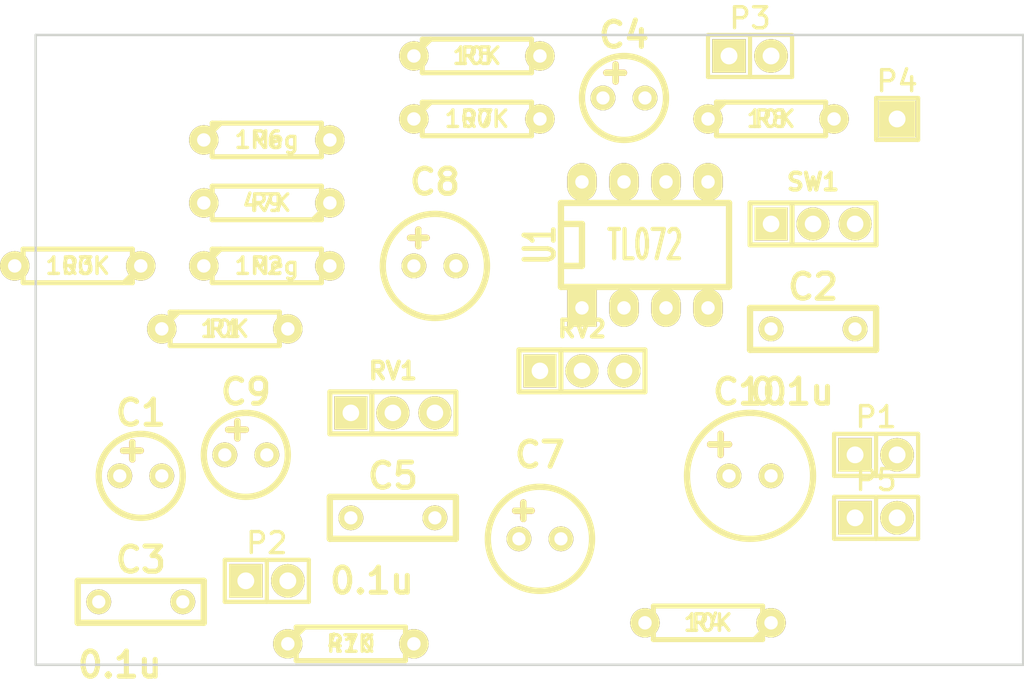
<source format=kicad_pcb>
(kicad_pcb (version 4) (host pcbnew "(2015-12-04 BZR 6347, Git 4c88040)-product")

  (general
    (links 44)
    (no_connects 44)
    (area 146.05 68.58 207.01 107.95)
    (thickness 1.6)
    (drawings 4)
    (tracks 0)
    (zones 0)
    (modules 28)
    (nets 20)
  )

  (page A4)
  (layers
    (0 F.Cu signal)
    (31 B.Cu signal)
    (32 B.Adhes user)
    (33 F.Adhes user)
    (34 B.Paste user)
    (35 F.Paste user)
    (36 B.SilkS user)
    (37 F.SilkS user)
    (38 B.Mask user)
    (39 F.Mask user)
    (40 Dwgs.User user)
    (41 Cmts.User user)
    (42 Eco1.User user)
    (43 Eco2.User user)
    (44 Edge.Cuts user)
    (45 Margin user)
    (46 B.CrtYd user)
    (47 F.CrtYd user)
    (48 B.Fab user)
    (49 F.Fab user)
  )

  (setup
    (last_trace_width 0.25)
    (trace_clearance 0.2)
    (zone_clearance 0.508)
    (zone_45_only no)
    (trace_min 0.2)
    (segment_width 0.2)
    (edge_width 0.15)
    (via_size 0.6)
    (via_drill 0.4)
    (via_min_size 0.4)
    (via_min_drill 0.3)
    (uvia_size 0.3)
    (uvia_drill 0.1)
    (uvias_allowed no)
    (uvia_min_size 0.2)
    (uvia_min_drill 0.1)
    (pcb_text_width 0.3)
    (pcb_text_size 1.5 1.5)
    (mod_edge_width 0.15)
    (mod_text_size 1 1)
    (mod_text_width 0.15)
    (pad_size 1.524 1.524)
    (pad_drill 0.762)
    (pad_to_mask_clearance 0.2)
    (aux_axis_origin 0 0)
    (visible_elements 7FFEFFFF)
    (pcbplotparams
      (layerselection 0x00030_80000001)
      (usegerberextensions false)
      (excludeedgelayer true)
      (linewidth 0.100000)
      (plotframeref false)
      (viasonmask false)
      (mode 1)
      (useauxorigin false)
      (hpglpennumber 1)
      (hpglpenspeed 20)
      (hpglpendiameter 15)
      (hpglpenoverlay 2)
      (psnegative false)
      (psa4output false)
      (plotreference true)
      (plotvalue true)
      (plotinvisibletext false)
      (padsonsilk false)
      (subtractmaskfromsilk false)
      (outputformat 1)
      (mirror false)
      (drillshape 1)
      (scaleselection 1)
      (outputdirectory ""))
  )

  (net 0 "")
  (net 1 "Net-(C1-Pad1)")
  (net 2 GND)
  (net 3 "Net-(C2-Pad1)")
  (net 4 "Net-(C2-Pad2)")
  (net 5 Vcc)
  (net 6 "Net-(C4-Pad1)")
  (net 7 "Net-(C5-Pad1)")
  (net 8 "Net-(C5-Pad2)")
  (net 9 "Net-(C7-Pad2)")
  (net 10 "Net-(C7-Pad1)")
  (net 11 "Net-(C8-Pad2)")
  (net 12 "Net-(C8-Pad1)")
  (net 13 Vref)
  (net 14 "Net-(P3-Pad2)")
  (net 15 "Net-(P4-Pad1)")
  (net 16 "Net-(R1-Pad2)")
  (net 17 "Net-(R4-Pad1)")
  (net 18 "Net-(R5-Pad2)")
  (net 19 "Net-(R8-Pad1)")

  (net_class Default "This is the default net class."
    (clearance 0.2)
    (trace_width 0.25)
    (via_dia 0.6)
    (via_drill 0.4)
    (uvia_dia 0.3)
    (uvia_drill 0.1)
    (add_net GND)
    (add_net "Net-(C1-Pad1)")
    (add_net "Net-(C2-Pad1)")
    (add_net "Net-(C2-Pad2)")
    (add_net "Net-(C4-Pad1)")
    (add_net "Net-(C5-Pad1)")
    (add_net "Net-(C5-Pad2)")
    (add_net "Net-(C7-Pad1)")
    (add_net "Net-(C7-Pad2)")
    (add_net "Net-(C8-Pad1)")
    (add_net "Net-(C8-Pad2)")
    (add_net "Net-(P3-Pad2)")
    (add_net "Net-(P4-Pad1)")
    (add_net "Net-(R1-Pad2)")
    (add_net "Net-(R4-Pad1)")
    (add_net "Net-(R5-Pad2)")
    (add_net "Net-(R8-Pad1)")
    (add_net Vcc)
    (add_net Vref)
  )

  (module Capacitors_Elko_ThroughHole:Elko_vert_DM5_RM2-5 placed (layer F.Cu) (tedit 0) (tstamp 5662E811)
    (at 182.88 73.66)
    (descr "Electrolytic Capacitor, vertical, diameter 5mm, radial, RM 2,5mm")
    (tags "Electrolytic Capacitor, vertical, diameter 5mm, radial, RM 2,5mm, Elko, Electrolytkondensator, Kondensator gepolt, Durchmesser 5mm")
    (path /563FFB70)
    (fp_text reference C4 (at 0 -3.81) (layer F.SilkS)
      (effects (font (thickness 0.3048)))
    )
    (fp_text value 10u (at 0 3.81) (layer F.SilkS) hide
      (effects (font (thickness 0.3048)))
    )
    (fp_line (start -1.0668 -1.524) (end 0 -1.524) (layer F.Cu) (width 0.381))
    (fp_line (start -0.508 -2.032) (end -0.508 -0.9906) (layer F.Cu) (width 0.381))
    (fp_line (start 0 -1.524) (end -1.0668 -1.524) (layer F.SilkS) (width 0.381))
    (fp_line (start -0.508 -2.032) (end -0.508 -0.9906) (layer F.SilkS) (width 0.381))
    (fp_circle (center 0 0) (end 2.54 0) (layer F.SilkS) (width 0.381))
    (pad 2 thru_hole circle (at 1.27 0) (size 1.50114 1.50114) (drill 0.8001) (layers *.Cu *.Mask F.SilkS)
      (net 2 GND))
    (pad 1 thru_hole circle (at -1.27 0) (size 1.50114 1.50114) (drill 0.8001) (layers *.Cu *.Mask F.SilkS)
      (net 6 "Net-(C4-Pad1)"))
  )

  (module Capacitors_ThroughHole:Capacitor7x2.5RM5 placed (layer F.Cu) (tedit 0) (tstamp 5662E817)
    (at 166.37 99.06)
    (descr "Capacitor 7mm x 2,5mm RM 5mm")
    (tags "Capacitor Kondensator")
    (path /563FFB7D)
    (fp_text reference C5 (at 2.54 -2.54) (layer F.SilkS)
      (effects (font (thickness 0.3048)))
    )
    (fp_text value 0.1u (at 1.27 3.81) (layer F.SilkS)
      (effects (font (thickness 0.3048)))
    )
    (fp_line (start 6.35 1.27) (end 6.35 -1.27) (layer F.SilkS) (width 0.381))
    (fp_line (start 6.35 -1.27) (end -1.27 -1.27) (layer F.SilkS) (width 0.381))
    (fp_line (start -1.27 -1.27) (end -1.27 1.27) (layer F.SilkS) (width 0.381))
    (fp_line (start -1.27 1.27) (end 6.35 1.27) (layer F.SilkS) (width 0.381))
    (pad 1 thru_hole circle (at 0 0) (size 1.50114 1.50114) (drill 0.8001) (layers *.Cu *.Mask F.SilkS)
      (net 7 "Net-(C5-Pad1)"))
    (pad 2 thru_hole circle (at 5.08 0) (size 1.50114 1.50114) (drill 0.8001) (layers *.Cu *.Mask F.SilkS)
      (net 8 "Net-(C5-Pad2)"))
  )

  (module Capacitors_Elko_ThroughHole:Elko_vert_DM6-3_RM2-5 placed (layer F.Cu) (tedit 0) (tstamp 5662E81D)
    (at 177.8 100.33)
    (descr "Electrolytic Capacitor, vertical, diameter 6,3mm, RM 2,5mm, radial,")
    (tags "Electrolytic Capacitor, vertical, diameter 6,3mm, RM 2,5mm, Elko, Electrolytkondensator, Kondensator gepolt, Durchmesser 6,3mm, radial,")
    (path /5640081B)
    (fp_text reference C7 (at 0 -5.08) (layer F.SilkS)
      (effects (font (thickness 0.3048)))
    )
    (fp_text value 47u (at 0 5.08) (layer F.SilkS) hide
      (effects (font (thickness 0.3048)))
    )
    (fp_line (start -1.00076 -2.19964) (end -1.00076 -1.19888) (layer F.SilkS) (width 0.381))
    (fp_line (start -1.50114 -1.69926) (end -0.50038 -1.69926) (layer F.SilkS) (width 0.381))
    (fp_line (start -1.00076 -1.69926) (end -0.50038 -1.69926) (layer F.Cu) (width 0.381))
    (fp_line (start -1.00076 -1.69926) (end -1.00076 -2.19964) (layer F.Cu) (width 0.381))
    (fp_line (start -1.50114 -1.69926) (end -1.00076 -1.69926) (layer F.Cu) (width 0.381))
    (fp_line (start -1.00076 -1.69926) (end -1.00076 -1.30048) (layer F.Cu) (width 0.381))
    (fp_line (start -1.00076 -1.30048) (end -1.00076 -1.19888) (layer F.Cu) (width 0.381))
    (fp_circle (center 0 0) (end 3.1496 0) (layer F.SilkS) (width 0.381))
    (pad 2 thru_hole circle (at 1.27 0) (size 1.50114 1.50114) (drill 0.8001) (layers *.Cu *.Mask F.SilkS)
      (net 9 "Net-(C7-Pad2)"))
    (pad 1 thru_hole circle (at -1.27 0) (size 1.50114 1.50114) (drill 0.8001) (layers *.Cu *.Mask F.SilkS)
      (net 10 "Net-(C7-Pad1)"))
  )

  (module Capacitors_Elko_ThroughHole:Elko_vert_DM6-3_RM2-5 placed (layer F.Cu) (tedit 0) (tstamp 5662E823)
    (at 171.45 83.82)
    (descr "Electrolytic Capacitor, vertical, diameter 6,3mm, RM 2,5mm, radial,")
    (tags "Electrolytic Capacitor, vertical, diameter 6,3mm, RM 2,5mm, Elko, Electrolytkondensator, Kondensator gepolt, Durchmesser 6,3mm, radial,")
    (path /5640087F)
    (fp_text reference C8 (at 0 -5.08) (layer F.SilkS)
      (effects (font (thickness 0.3048)))
    )
    (fp_text value 47u (at 0 5.08) (layer F.SilkS) hide
      (effects (font (thickness 0.3048)))
    )
    (fp_line (start -1.00076 -2.19964) (end -1.00076 -1.19888) (layer F.SilkS) (width 0.381))
    (fp_line (start -1.50114 -1.69926) (end -0.50038 -1.69926) (layer F.SilkS) (width 0.381))
    (fp_line (start -1.00076 -1.69926) (end -0.50038 -1.69926) (layer F.Cu) (width 0.381))
    (fp_line (start -1.00076 -1.69926) (end -1.00076 -2.19964) (layer F.Cu) (width 0.381))
    (fp_line (start -1.50114 -1.69926) (end -1.00076 -1.69926) (layer F.Cu) (width 0.381))
    (fp_line (start -1.00076 -1.69926) (end -1.00076 -1.30048) (layer F.Cu) (width 0.381))
    (fp_line (start -1.00076 -1.30048) (end -1.00076 -1.19888) (layer F.Cu) (width 0.381))
    (fp_circle (center 0 0) (end 3.1496 0) (layer F.SilkS) (width 0.381))
    (pad 2 thru_hole circle (at 1.27 0) (size 1.50114 1.50114) (drill 0.8001) (layers *.Cu *.Mask F.SilkS)
      (net 11 "Net-(C8-Pad2)"))
    (pad 1 thru_hole circle (at -1.27 0) (size 1.50114 1.50114) (drill 0.8001) (layers *.Cu *.Mask F.SilkS)
      (net 12 "Net-(C8-Pad1)"))
  )

  (module Capacitors_Elko_ThroughHole:Elko_vert_DM5_RM2-5 placed (layer F.Cu) (tedit 0) (tstamp 5662E829)
    (at 160.02 95.25)
    (descr "Electrolytic Capacitor, vertical, diameter 5mm, radial, RM 2,5mm")
    (tags "Electrolytic Capacitor, vertical, diameter 5mm, radial, RM 2,5mm, Elko, Electrolytkondensator, Kondensator gepolt, Durchmesser 5mm")
    (path /56407B6E)
    (fp_text reference C9 (at 0 -3.81) (layer F.SilkS)
      (effects (font (thickness 0.3048)))
    )
    (fp_text value 10u (at 0 3.81) (layer F.SilkS) hide
      (effects (font (thickness 0.3048)))
    )
    (fp_line (start -1.0668 -1.524) (end 0 -1.524) (layer F.Cu) (width 0.381))
    (fp_line (start -0.508 -2.032) (end -0.508 -0.9906) (layer F.Cu) (width 0.381))
    (fp_line (start 0 -1.524) (end -1.0668 -1.524) (layer F.SilkS) (width 0.381))
    (fp_line (start -0.508 -2.032) (end -0.508 -0.9906) (layer F.SilkS) (width 0.381))
    (fp_circle (center 0 0) (end 2.54 0) (layer F.SilkS) (width 0.381))
    (pad 2 thru_hole circle (at 1.27 0) (size 1.50114 1.50114) (drill 0.8001) (layers *.Cu *.Mask F.SilkS)
      (net 2 GND))
    (pad 1 thru_hole circle (at -1.27 0) (size 1.50114 1.50114) (drill 0.8001) (layers *.Cu *.Mask F.SilkS)
      (net 13 Vref))
  )

  (module Capacitors_Elko_ThroughHole:Elko_vert_DM7-5_RM2-5 placed (layer F.Cu) (tedit 0) (tstamp 5662E82F)
    (at 190.5 96.52)
    (descr "Electrolytic Capacitor, vertical, diameter 7,5mm, RM 2,5mm, radial,")
    (tags "Electrolytic Capacitor, vertical, diameter 7,5mm, RM 2,5mm, Elko, Electrolytkondensator, Kondensator gepolt, Durchmesser 7,5mm, radial,")
    (path /56407D19)
    (fp_text reference C10 (at 0 -5.08) (layer F.SilkS)
      (effects (font (thickness 0.3048)))
    )
    (fp_text value 100u (at 0 5.08) (layer F.SilkS) hide
      (effects (font (thickness 0.3048)))
    )
    (fp_line (start -1.778 -2.54) (end -1.778 -1.27) (layer F.SilkS) (width 0.381))
    (fp_line (start -2.413 -1.905) (end -1.27 -1.905) (layer F.SilkS) (width 0.381))
    (fp_line (start -1.778 -2.54) (end -1.778 -1.27) (layer F.Cu) (width 0.381))
    (fp_line (start -2.413 -1.905) (end -1.27 -1.905) (layer F.Cu) (width 0.381))
    (fp_circle (center 0 0) (end 3.81 0) (layer F.SilkS) (width 0.381))
    (pad 2 thru_hole circle (at 1.27 0) (size 1.50114 1.50114) (drill 0.8001) (layers *.Cu *.Mask F.SilkS)
      (net 2 GND))
    (pad 1 thru_hole circle (at -1.27 0) (size 1.50114 1.50114) (drill 0.8001) (layers *.Cu *.Mask F.SilkS)
      (net 5 Vcc))
  )

  (module Pin_Headers:Pin_Header_Straight_1x02 placed (layer F.Cu) (tedit 0) (tstamp 5662E835)
    (at 198.12 95.25)
    (descr "1 pin")
    (tags "CONN DEV")
    (path /56405C99)
    (fp_text reference P1 (at 0 -2.286) (layer F.SilkS)
      (effects (font (size 1.27 1.27) (thickness 0.2032)))
    )
    (fp_text value "IN L" (at 0 0) (layer F.SilkS) hide
      (effects (font (size 1.27 1.27) (thickness 0.2032)))
    )
    (fp_line (start 0 -1.27) (end 0 1.27) (layer F.SilkS) (width 0.254))
    (fp_line (start -2.54 -1.27) (end -2.54 1.27) (layer F.SilkS) (width 0.254))
    (fp_line (start -2.54 1.27) (end 0 1.27) (layer F.SilkS) (width 0.254))
    (fp_line (start 0 1.27) (end 2.54 1.27) (layer F.SilkS) (width 0.254))
    (fp_line (start 2.54 1.27) (end 2.54 -1.27) (layer F.SilkS) (width 0.254))
    (fp_line (start 2.54 -1.27) (end -2.54 -1.27) (layer F.SilkS) (width 0.254))
    (pad 1 thru_hole rect (at -1.27 0) (size 2.032 2.032) (drill 1.016) (layers *.Cu *.Mask F.SilkS)
      (net 2 GND))
    (pad 2 thru_hole oval (at 1.27 0) (size 2.032 2.032) (drill 1.016) (layers *.Cu *.Mask F.SilkS)
      (net 4 "Net-(C2-Pad2)"))
    (model Pin_Headers/Pin_Header_Straight_1x02.wrl
      (at (xyz 0 0 0))
      (scale (xyz 1 1 1))
      (rotate (xyz 0 0 0))
    )
  )

  (module Pin_Headers:Pin_Header_Straight_1x02 placed (layer F.Cu) (tedit 0) (tstamp 5662E83B)
    (at 161.29 102.87)
    (descr "1 pin")
    (tags "CONN DEV")
    (path /5640613C)
    (fp_text reference P2 (at 0 -2.286) (layer F.SilkS)
      (effects (font (size 1.27 1.27) (thickness 0.2032)))
    )
    (fp_text value "IN R" (at 0 0) (layer F.SilkS) hide
      (effects (font (size 1.27 1.27) (thickness 0.2032)))
    )
    (fp_line (start 0 -1.27) (end 0 1.27) (layer F.SilkS) (width 0.254))
    (fp_line (start -2.54 -1.27) (end -2.54 1.27) (layer F.SilkS) (width 0.254))
    (fp_line (start -2.54 1.27) (end 0 1.27) (layer F.SilkS) (width 0.254))
    (fp_line (start 0 1.27) (end 2.54 1.27) (layer F.SilkS) (width 0.254))
    (fp_line (start 2.54 1.27) (end 2.54 -1.27) (layer F.SilkS) (width 0.254))
    (fp_line (start 2.54 -1.27) (end -2.54 -1.27) (layer F.SilkS) (width 0.254))
    (pad 1 thru_hole rect (at -1.27 0) (size 2.032 2.032) (drill 1.016) (layers *.Cu *.Mask F.SilkS)
      (net 2 GND))
    (pad 2 thru_hole oval (at 1.27 0) (size 2.032 2.032) (drill 1.016) (layers *.Cu *.Mask F.SilkS)
      (net 8 "Net-(C5-Pad2)"))
    (model Pin_Headers/Pin_Header_Straight_1x02.wrl
      (at (xyz 0 0 0))
      (scale (xyz 1 1 1))
      (rotate (xyz 0 0 0))
    )
  )

  (module Pin_Headers:Pin_Header_Straight_1x02 placed (layer F.Cu) (tedit 0) (tstamp 5662E841)
    (at 190.5 71.12)
    (descr "1 pin")
    (tags "CONN DEV")
    (path /5640CE2D)
    (fp_text reference P3 (at 0 -2.286) (layer F.SilkS)
      (effects (font (size 1.27 1.27) (thickness 0.2032)))
    )
    (fp_text value "OUT L" (at 0 0) (layer F.SilkS) hide
      (effects (font (size 1.27 1.27) (thickness 0.2032)))
    )
    (fp_line (start 0 -1.27) (end 0 1.27) (layer F.SilkS) (width 0.254))
    (fp_line (start -2.54 -1.27) (end -2.54 1.27) (layer F.SilkS) (width 0.254))
    (fp_line (start -2.54 1.27) (end 0 1.27) (layer F.SilkS) (width 0.254))
    (fp_line (start 0 1.27) (end 2.54 1.27) (layer F.SilkS) (width 0.254))
    (fp_line (start 2.54 1.27) (end 2.54 -1.27) (layer F.SilkS) (width 0.254))
    (fp_line (start 2.54 -1.27) (end -2.54 -1.27) (layer F.SilkS) (width 0.254))
    (pad 1 thru_hole rect (at -1.27 0) (size 2.032 2.032) (drill 1.016) (layers *.Cu *.Mask F.SilkS)
      (net 2 GND))
    (pad 2 thru_hole oval (at 1.27 0) (size 2.032 2.032) (drill 1.016) (layers *.Cu *.Mask F.SilkS)
      (net 14 "Net-(P3-Pad2)"))
    (model Pin_Headers/Pin_Header_Straight_1x02.wrl
      (at (xyz 0 0 0))
      (scale (xyz 1 1 1))
      (rotate (xyz 0 0 0))
    )
  )

  (module Pin_Headers:Pin_Header_Straight_1x01 placed (layer F.Cu) (tedit 0) (tstamp 5662E846)
    (at 199.39 74.93)
    (descr "1 pin")
    (tags "CONN DEV")
    (path /564052E3)
    (fp_text reference P4 (at 0 -2.286) (layer F.SilkS)
      (effects (font (size 1.27 1.27) (thickness 0.2032)))
    )
    (fp_text value "OUT R" (at 0 0) (layer F.SilkS) hide
      (effects (font (size 1.27 1.27) (thickness 0.2032)))
    )
    (fp_line (start -1.27 -1.27) (end -1.27 1.27) (layer F.SilkS) (width 0.254))
    (fp_line (start -1.27 1.27) (end 1.27 1.27) (layer F.SilkS) (width 0.254))
    (fp_line (start 1.27 1.27) (end 1.27 -1.27) (layer F.SilkS) (width 0.254))
    (fp_line (start 1.27 -1.27) (end -1.27 -1.27) (layer F.SilkS) (width 0.254))
    (pad 1 thru_hole rect (at 0 0) (size 2.2352 2.2352) (drill 1.016) (layers *.Cu *.Mask F.SilkS)
      (net 15 "Net-(P4-Pad1)"))
    (model Pin_Headers/Pin_Header_Straight_1x01.wrl
      (at (xyz 0 0 0))
      (scale (xyz 1 1 1))
      (rotate (xyz 0 0 0))
    )
  )

  (module Pin_Headers:Pin_Header_Straight_1x02 placed (layer F.Cu) (tedit 0) (tstamp 5662E84C)
    (at 198.12 99.06)
    (descr "1 pin")
    (tags "CONN DEV")
    (path /56409568)
    (fp_text reference P5 (at 0 -2.286) (layer F.SilkS)
      (effects (font (size 1.27 1.27) (thickness 0.2032)))
    )
    (fp_text value "9V Batt" (at 0 0) (layer F.SilkS) hide
      (effects (font (size 1.27 1.27) (thickness 0.2032)))
    )
    (fp_line (start 0 -1.27) (end 0 1.27) (layer F.SilkS) (width 0.254))
    (fp_line (start -2.54 -1.27) (end -2.54 1.27) (layer F.SilkS) (width 0.254))
    (fp_line (start -2.54 1.27) (end 0 1.27) (layer F.SilkS) (width 0.254))
    (fp_line (start 0 1.27) (end 2.54 1.27) (layer F.SilkS) (width 0.254))
    (fp_line (start 2.54 1.27) (end 2.54 -1.27) (layer F.SilkS) (width 0.254))
    (fp_line (start 2.54 -1.27) (end -2.54 -1.27) (layer F.SilkS) (width 0.254))
    (pad 1 thru_hole rect (at -1.27 0) (size 2.032 2.032) (drill 1.016) (layers *.Cu *.Mask F.SilkS)
      (net 2 GND))
    (pad 2 thru_hole oval (at 1.27 0) (size 2.032 2.032) (drill 1.016) (layers *.Cu *.Mask F.SilkS)
      (net 5 Vcc))
    (model Pin_Headers/Pin_Header_Straight_1x02.wrl
      (at (xyz 0 0 0))
      (scale (xyz 1 1 1))
      (rotate (xyz 0 0 0))
    )
  )

  (module Custom:R3-LARGE_PADS placed (layer F.Cu) (tedit 544816C3) (tstamp 5662E852)
    (at 158.75 87.63)
    (descr "Resitance 3 pas")
    (tags R)
    (path /563FC672)
    (autoplace_cost180 10)
    (fp_text reference R1 (at 0 0) (layer F.SilkS)
      (effects (font (size 1 1) (thickness 0.2032)))
    )
    (fp_text value 10K (at 0 0) (layer F.SilkS)
      (effects (font (size 1 1) (thickness 0.2032)))
    )
    (fp_line (start -3.81 0) (end -3.302 0) (layer F.SilkS) (width 0.3048))
    (fp_line (start 3.81 0) (end 3.302 0) (layer F.SilkS) (width 0.3048))
    (fp_line (start 3.302 0) (end 3.302 -1.016) (layer F.SilkS) (width 0.3048))
    (fp_line (start 3.302 -1.016) (end -3.302 -1.016) (layer F.SilkS) (width 0.3048))
    (fp_line (start -3.302 -1.016) (end -3.302 1.016) (layer F.SilkS) (width 0.3048))
    (fp_line (start -3.302 1.016) (end 3.302 1.016) (layer F.SilkS) (width 0.3048))
    (fp_line (start 3.302 1.016) (end 3.302 0) (layer F.SilkS) (width 0.3048))
    (fp_line (start -3.302 -0.508) (end -2.794 -1.016) (layer F.SilkS) (width 0.3048))
    (pad 1 thru_hole circle (at -3.81 0) (size 1.778 1.778) (drill 0.8128) (layers *.Cu *.Mask F.SilkS)
      (net 1 "Net-(C1-Pad1)"))
    (pad 2 thru_hole circle (at 3.81 0) (size 1.778 1.778) (drill 0.8128) (layers *.Cu *.Mask F.SilkS)
      (net 16 "Net-(R1-Pad2)"))
    (model discret/resistor.wrl
      (at (xyz 0 0 0))
      (scale (xyz 0.3 0.3 0.3))
      (rotate (xyz 0 0 0))
    )
  )

  (module Custom:R3-LARGE_PADS placed (layer F.Cu) (tedit 544816C3) (tstamp 5662E858)
    (at 161.29 83.82)
    (descr "Resitance 3 pas")
    (tags R)
    (path /563E8074)
    (autoplace_cost180 10)
    (fp_text reference R2 (at 0 0) (layer F.SilkS)
      (effects (font (size 1 1) (thickness 0.2032)))
    )
    (fp_text value 1Meg (at 0 0) (layer F.SilkS)
      (effects (font (size 1 1) (thickness 0.2032)))
    )
    (fp_line (start -3.81 0) (end -3.302 0) (layer F.SilkS) (width 0.3048))
    (fp_line (start 3.81 0) (end 3.302 0) (layer F.SilkS) (width 0.3048))
    (fp_line (start 3.302 0) (end 3.302 -1.016) (layer F.SilkS) (width 0.3048))
    (fp_line (start 3.302 -1.016) (end -3.302 -1.016) (layer F.SilkS) (width 0.3048))
    (fp_line (start -3.302 -1.016) (end -3.302 1.016) (layer F.SilkS) (width 0.3048))
    (fp_line (start -3.302 1.016) (end 3.302 1.016) (layer F.SilkS) (width 0.3048))
    (fp_line (start 3.302 1.016) (end 3.302 0) (layer F.SilkS) (width 0.3048))
    (fp_line (start -3.302 -0.508) (end -2.794 -1.016) (layer F.SilkS) (width 0.3048))
    (pad 1 thru_hole circle (at -3.81 0) (size 1.778 1.778) (drill 0.8128) (layers *.Cu *.Mask F.SilkS)
      (net 13 Vref))
    (pad 2 thru_hole circle (at 3.81 0) (size 1.778 1.778) (drill 0.8128) (layers *.Cu *.Mask F.SilkS)
      (net 3 "Net-(C2-Pad1)"))
    (model discret/resistor.wrl
      (at (xyz 0 0 0))
      (scale (xyz 0.3 0.3 0.3))
      (rotate (xyz 0 0 0))
    )
  )

  (module Custom:R3-LARGE_PADS placed (layer F.Cu) (tedit 544816C3) (tstamp 5662E85E)
    (at 149.86 83.82 180)
    (descr "Resitance 3 pas")
    (tags R)
    (path /563FC4E0)
    (autoplace_cost180 10)
    (fp_text reference R3 (at 0 0 180) (layer F.SilkS)
      (effects (font (size 1 1) (thickness 0.2032)))
    )
    (fp_text value 100K (at 0 0 180) (layer F.SilkS)
      (effects (font (size 1 1) (thickness 0.2032)))
    )
    (fp_line (start -3.81 0) (end -3.302 0) (layer F.SilkS) (width 0.3048))
    (fp_line (start 3.81 0) (end 3.302 0) (layer F.SilkS) (width 0.3048))
    (fp_line (start 3.302 0) (end 3.302 -1.016) (layer F.SilkS) (width 0.3048))
    (fp_line (start 3.302 -1.016) (end -3.302 -1.016) (layer F.SilkS) (width 0.3048))
    (fp_line (start -3.302 -1.016) (end -3.302 1.016) (layer F.SilkS) (width 0.3048))
    (fp_line (start -3.302 1.016) (end 3.302 1.016) (layer F.SilkS) (width 0.3048))
    (fp_line (start 3.302 1.016) (end 3.302 0) (layer F.SilkS) (width 0.3048))
    (fp_line (start -3.302 -0.508) (end -2.794 -1.016) (layer F.SilkS) (width 0.3048))
    (pad 1 thru_hole circle (at -3.81 0 180) (size 1.778 1.778) (drill 0.8128) (layers *.Cu *.Mask F.SilkS)
      (net 10 "Net-(C7-Pad1)"))
    (pad 2 thru_hole circle (at 3.81 0 180) (size 1.778 1.778) (drill 0.8128) (layers *.Cu *.Mask F.SilkS)
      (net 16 "Net-(R1-Pad2)"))
    (model discret/resistor.wrl
      (at (xyz 0 0 0))
      (scale (xyz 0.3 0.3 0.3))
      (rotate (xyz 0 0 0))
    )
  )

  (module Custom:R3-LARGE_PADS placed (layer F.Cu) (tedit 544816C3) (tstamp 5662E864)
    (at 187.96 105.41 180)
    (descr "Resitance 3 pas")
    (tags R)
    (path /563FD6EC)
    (autoplace_cost180 10)
    (fp_text reference R4 (at 0 0 180) (layer F.SilkS)
      (effects (font (size 1 1) (thickness 0.2032)))
    )
    (fp_text value 10K (at 0 0 180) (layer F.SilkS)
      (effects (font (size 1 1) (thickness 0.2032)))
    )
    (fp_line (start -3.81 0) (end -3.302 0) (layer F.SilkS) (width 0.3048))
    (fp_line (start 3.81 0) (end 3.302 0) (layer F.SilkS) (width 0.3048))
    (fp_line (start 3.302 0) (end 3.302 -1.016) (layer F.SilkS) (width 0.3048))
    (fp_line (start 3.302 -1.016) (end -3.302 -1.016) (layer F.SilkS) (width 0.3048))
    (fp_line (start -3.302 -1.016) (end -3.302 1.016) (layer F.SilkS) (width 0.3048))
    (fp_line (start -3.302 1.016) (end 3.302 1.016) (layer F.SilkS) (width 0.3048))
    (fp_line (start 3.302 1.016) (end 3.302 0) (layer F.SilkS) (width 0.3048))
    (fp_line (start -3.302 -0.508) (end -2.794 -1.016) (layer F.SilkS) (width 0.3048))
    (pad 1 thru_hole circle (at -3.81 0 180) (size 1.778 1.778) (drill 0.8128) (layers *.Cu *.Mask F.SilkS)
      (net 17 "Net-(R4-Pad1)"))
    (pad 2 thru_hole circle (at 3.81 0 180) (size 1.778 1.778) (drill 0.8128) (layers *.Cu *.Mask F.SilkS)
      (net 14 "Net-(P3-Pad2)"))
    (model discret/resistor.wrl
      (at (xyz 0 0 0))
      (scale (xyz 0.3 0.3 0.3))
      (rotate (xyz 0 0 0))
    )
  )

  (module Custom:R3-LARGE_PADS placed (layer F.Cu) (tedit 544816C3) (tstamp 5662E86A)
    (at 173.99 71.12)
    (descr "Resitance 3 pas")
    (tags R)
    (path /563FFB5B)
    (autoplace_cost180 10)
    (fp_text reference R5 (at 0 0) (layer F.SilkS)
      (effects (font (size 1 1) (thickness 0.2032)))
    )
    (fp_text value 10K (at 0 0) (layer F.SilkS)
      (effects (font (size 1 1) (thickness 0.2032)))
    )
    (fp_line (start -3.81 0) (end -3.302 0) (layer F.SilkS) (width 0.3048))
    (fp_line (start 3.81 0) (end 3.302 0) (layer F.SilkS) (width 0.3048))
    (fp_line (start 3.302 0) (end 3.302 -1.016) (layer F.SilkS) (width 0.3048))
    (fp_line (start 3.302 -1.016) (end -3.302 -1.016) (layer F.SilkS) (width 0.3048))
    (fp_line (start -3.302 -1.016) (end -3.302 1.016) (layer F.SilkS) (width 0.3048))
    (fp_line (start -3.302 1.016) (end 3.302 1.016) (layer F.SilkS) (width 0.3048))
    (fp_line (start 3.302 1.016) (end 3.302 0) (layer F.SilkS) (width 0.3048))
    (fp_line (start -3.302 -0.508) (end -2.794 -1.016) (layer F.SilkS) (width 0.3048))
    (pad 1 thru_hole circle (at -3.81 0) (size 1.778 1.778) (drill 0.8128) (layers *.Cu *.Mask F.SilkS)
      (net 6 "Net-(C4-Pad1)"))
    (pad 2 thru_hole circle (at 3.81 0) (size 1.778 1.778) (drill 0.8128) (layers *.Cu *.Mask F.SilkS)
      (net 18 "Net-(R5-Pad2)"))
    (model discret/resistor.wrl
      (at (xyz 0 0 0))
      (scale (xyz 0.3 0.3 0.3))
      (rotate (xyz 0 0 0))
    )
  )

  (module Custom:R3-LARGE_PADS placed (layer F.Cu) (tedit 544816C3) (tstamp 5662E870)
    (at 161.29 76.2)
    (descr "Resitance 3 pas")
    (tags R)
    (path /563FFB48)
    (autoplace_cost180 10)
    (fp_text reference R6 (at 0 0) (layer F.SilkS)
      (effects (font (size 1 1) (thickness 0.2032)))
    )
    (fp_text value 1Meg (at 0 0) (layer F.SilkS)
      (effects (font (size 1 1) (thickness 0.2032)))
    )
    (fp_line (start -3.81 0) (end -3.302 0) (layer F.SilkS) (width 0.3048))
    (fp_line (start 3.81 0) (end 3.302 0) (layer F.SilkS) (width 0.3048))
    (fp_line (start 3.302 0) (end 3.302 -1.016) (layer F.SilkS) (width 0.3048))
    (fp_line (start 3.302 -1.016) (end -3.302 -1.016) (layer F.SilkS) (width 0.3048))
    (fp_line (start -3.302 -1.016) (end -3.302 1.016) (layer F.SilkS) (width 0.3048))
    (fp_line (start -3.302 1.016) (end 3.302 1.016) (layer F.SilkS) (width 0.3048))
    (fp_line (start 3.302 1.016) (end 3.302 0) (layer F.SilkS) (width 0.3048))
    (fp_line (start -3.302 -0.508) (end -2.794 -1.016) (layer F.SilkS) (width 0.3048))
    (pad 1 thru_hole circle (at -3.81 0) (size 1.778 1.778) (drill 0.8128) (layers *.Cu *.Mask F.SilkS)
      (net 13 Vref))
    (pad 2 thru_hole circle (at 3.81 0) (size 1.778 1.778) (drill 0.8128) (layers *.Cu *.Mask F.SilkS)
      (net 7 "Net-(C5-Pad1)"))
    (model discret/resistor.wrl
      (at (xyz 0 0 0))
      (scale (xyz 0.3 0.3 0.3))
      (rotate (xyz 0 0 0))
    )
  )

  (module Custom:R3-LARGE_PADS placed (layer F.Cu) (tedit 544816C3) (tstamp 5662E876)
    (at 173.99 74.93)
    (descr "Resitance 3 pas")
    (tags R)
    (path /563FFB55)
    (autoplace_cost180 10)
    (fp_text reference R7 (at 0 0) (layer F.SilkS)
      (effects (font (size 1 1) (thickness 0.2032)))
    )
    (fp_text value 100K (at 0 0) (layer F.SilkS)
      (effects (font (size 1 1) (thickness 0.2032)))
    )
    (fp_line (start -3.81 0) (end -3.302 0) (layer F.SilkS) (width 0.3048))
    (fp_line (start 3.81 0) (end 3.302 0) (layer F.SilkS) (width 0.3048))
    (fp_line (start 3.302 0) (end 3.302 -1.016) (layer F.SilkS) (width 0.3048))
    (fp_line (start 3.302 -1.016) (end -3.302 -1.016) (layer F.SilkS) (width 0.3048))
    (fp_line (start -3.302 -1.016) (end -3.302 1.016) (layer F.SilkS) (width 0.3048))
    (fp_line (start -3.302 1.016) (end 3.302 1.016) (layer F.SilkS) (width 0.3048))
    (fp_line (start 3.302 1.016) (end 3.302 0) (layer F.SilkS) (width 0.3048))
    (fp_line (start -3.302 -0.508) (end -2.794 -1.016) (layer F.SilkS) (width 0.3048))
    (pad 1 thru_hole circle (at -3.81 0) (size 1.778 1.778) (drill 0.8128) (layers *.Cu *.Mask F.SilkS)
      (net 12 "Net-(C8-Pad1)"))
    (pad 2 thru_hole circle (at 3.81 0) (size 1.778 1.778) (drill 0.8128) (layers *.Cu *.Mask F.SilkS)
      (net 18 "Net-(R5-Pad2)"))
    (model discret/resistor.wrl
      (at (xyz 0 0 0))
      (scale (xyz 0.3 0.3 0.3))
      (rotate (xyz 0 0 0))
    )
  )

  (module Custom:R3-LARGE_PADS placed (layer F.Cu) (tedit 544816C3) (tstamp 5662E87C)
    (at 191.77 74.93)
    (descr "Resitance 3 pas")
    (tags R)
    (path /563FFB95)
    (autoplace_cost180 10)
    (fp_text reference R8 (at 0 0) (layer F.SilkS)
      (effects (font (size 1 1) (thickness 0.2032)))
    )
    (fp_text value 10K (at 0 0) (layer F.SilkS)
      (effects (font (size 1 1) (thickness 0.2032)))
    )
    (fp_line (start -3.81 0) (end -3.302 0) (layer F.SilkS) (width 0.3048))
    (fp_line (start 3.81 0) (end 3.302 0) (layer F.SilkS) (width 0.3048))
    (fp_line (start 3.302 0) (end 3.302 -1.016) (layer F.SilkS) (width 0.3048))
    (fp_line (start 3.302 -1.016) (end -3.302 -1.016) (layer F.SilkS) (width 0.3048))
    (fp_line (start -3.302 -1.016) (end -3.302 1.016) (layer F.SilkS) (width 0.3048))
    (fp_line (start -3.302 1.016) (end 3.302 1.016) (layer F.SilkS) (width 0.3048))
    (fp_line (start 3.302 1.016) (end 3.302 0) (layer F.SilkS) (width 0.3048))
    (fp_line (start -3.302 -0.508) (end -2.794 -1.016) (layer F.SilkS) (width 0.3048))
    (pad 1 thru_hole circle (at -3.81 0) (size 1.778 1.778) (drill 0.8128) (layers *.Cu *.Mask F.SilkS)
      (net 19 "Net-(R8-Pad1)"))
    (pad 2 thru_hole circle (at 3.81 0) (size 1.778 1.778) (drill 0.8128) (layers *.Cu *.Mask F.SilkS)
      (net 15 "Net-(P4-Pad1)"))
    (model discret/resistor.wrl
      (at (xyz 0 0 0))
      (scale (xyz 0.3 0.3 0.3))
      (rotate (xyz 0 0 0))
    )
  )

  (module Custom:R3-LARGE_PADS placed (layer F.Cu) (tedit 544816C3) (tstamp 5662E882)
    (at 161.29 80.01 180)
    (descr "Resitance 3 pas")
    (tags R)
    (path /56407A0C)
    (autoplace_cost180 10)
    (fp_text reference R9 (at 0 0 180) (layer F.SilkS)
      (effects (font (size 1 1) (thickness 0.2032)))
    )
    (fp_text value 47K (at 0 0 180) (layer F.SilkS)
      (effects (font (size 1 1) (thickness 0.2032)))
    )
    (fp_line (start -3.81 0) (end -3.302 0) (layer F.SilkS) (width 0.3048))
    (fp_line (start 3.81 0) (end 3.302 0) (layer F.SilkS) (width 0.3048))
    (fp_line (start 3.302 0) (end 3.302 -1.016) (layer F.SilkS) (width 0.3048))
    (fp_line (start 3.302 -1.016) (end -3.302 -1.016) (layer F.SilkS) (width 0.3048))
    (fp_line (start -3.302 -1.016) (end -3.302 1.016) (layer F.SilkS) (width 0.3048))
    (fp_line (start -3.302 1.016) (end 3.302 1.016) (layer F.SilkS) (width 0.3048))
    (fp_line (start 3.302 1.016) (end 3.302 0) (layer F.SilkS) (width 0.3048))
    (fp_line (start -3.302 -0.508) (end -2.794 -1.016) (layer F.SilkS) (width 0.3048))
    (pad 1 thru_hole circle (at -3.81 0 180) (size 1.778 1.778) (drill 0.8128) (layers *.Cu *.Mask F.SilkS)
      (net 5 Vcc))
    (pad 2 thru_hole circle (at 3.81 0 180) (size 1.778 1.778) (drill 0.8128) (layers *.Cu *.Mask F.SilkS)
      (net 13 Vref))
    (model discret/resistor.wrl
      (at (xyz 0 0 0))
      (scale (xyz 0.3 0.3 0.3))
      (rotate (xyz 0 0 0))
    )
  )

  (module Custom:R3-LARGE_PADS placed (layer F.Cu) (tedit 544816C3) (tstamp 5662E888)
    (at 166.37 106.68)
    (descr "Resitance 3 pas")
    (tags R)
    (path /56407AF7)
    (autoplace_cost180 10)
    (fp_text reference R10 (at 0 0) (layer F.SilkS)
      (effects (font (size 1 1) (thickness 0.2032)))
    )
    (fp_text value 47K (at 0 0) (layer F.SilkS)
      (effects (font (size 1 1) (thickness 0.2032)))
    )
    (fp_line (start -3.81 0) (end -3.302 0) (layer F.SilkS) (width 0.3048))
    (fp_line (start 3.81 0) (end 3.302 0) (layer F.SilkS) (width 0.3048))
    (fp_line (start 3.302 0) (end 3.302 -1.016) (layer F.SilkS) (width 0.3048))
    (fp_line (start 3.302 -1.016) (end -3.302 -1.016) (layer F.SilkS) (width 0.3048))
    (fp_line (start -3.302 -1.016) (end -3.302 1.016) (layer F.SilkS) (width 0.3048))
    (fp_line (start -3.302 1.016) (end 3.302 1.016) (layer F.SilkS) (width 0.3048))
    (fp_line (start 3.302 1.016) (end 3.302 0) (layer F.SilkS) (width 0.3048))
    (fp_line (start -3.302 -0.508) (end -2.794 -1.016) (layer F.SilkS) (width 0.3048))
    (pad 1 thru_hole circle (at -3.81 0) (size 1.778 1.778) (drill 0.8128) (layers *.Cu *.Mask F.SilkS)
      (net 13 Vref))
    (pad 2 thru_hole circle (at 3.81 0) (size 1.778 1.778) (drill 0.8128) (layers *.Cu *.Mask F.SilkS)
      (net 2 GND))
    (model discret/resistor.wrl
      (at (xyz 0 0 0))
      (scale (xyz 0.3 0.3 0.3))
      (rotate (xyz 0 0 0))
    )
  )

  (module Custom:SIL-3-LARGE_PADS placed (layer F.Cu) (tedit 544799C0) (tstamp 5662E88F)
    (at 168.91 92.71)
    (descr "Connecteur 3 pins")
    (tags "CONN DEV")
    (path /564008E7)
    (fp_text reference RV1 (at 0 -2.54) (layer F.SilkS)
      (effects (font (size 1.016 1.016) (thickness 0.254)))
    )
    (fp_text value 10K (at 0 -2.54) (layer F.SilkS) hide
      (effects (font (size 1.016 1.016) (thickness 0.254)))
    )
    (fp_line (start -3.81 1.27) (end -3.81 -1.27) (layer F.SilkS) (width 0.3048))
    (fp_line (start -3.81 -1.27) (end 3.81 -1.27) (layer F.SilkS) (width 0.3048))
    (fp_line (start 3.81 -1.27) (end 3.81 1.27) (layer F.SilkS) (width 0.3048))
    (fp_line (start 3.81 1.27) (end -3.81 1.27) (layer F.SilkS) (width 0.3048))
    (fp_line (start -1.27 -1.27) (end -1.27 1.27) (layer F.SilkS) (width 0.3048))
    (pad 1 thru_hole rect (at -2.54 0) (size 2 2) (drill 1) (layers *.Cu *.Mask F.SilkS)
      (net 9 "Net-(C7-Pad2)"))
    (pad 2 thru_hole circle (at 0 0) (size 2 2) (drill 1) (layers *.Cu *.Mask F.SilkS)
      (net 17 "Net-(R4-Pad1)"))
    (pad 3 thru_hole circle (at 2.54 0) (size 2 2) (drill 1) (layers *.Cu *.Mask F.SilkS)
      (net 2 GND))
  )

  (module Custom:SIL-3-LARGE_PADS placed (layer F.Cu) (tedit 544799C0) (tstamp 5662E896)
    (at 180.34 90.17)
    (descr "Connecteur 3 pins")
    (tags "CONN DEV")
    (path /56400968)
    (fp_text reference RV2 (at 0 -2.54) (layer F.SilkS)
      (effects (font (size 1.016 1.016) (thickness 0.254)))
    )
    (fp_text value 10K (at 0 -2.54) (layer F.SilkS) hide
      (effects (font (size 1.016 1.016) (thickness 0.254)))
    )
    (fp_line (start -3.81 1.27) (end -3.81 -1.27) (layer F.SilkS) (width 0.3048))
    (fp_line (start -3.81 -1.27) (end 3.81 -1.27) (layer F.SilkS) (width 0.3048))
    (fp_line (start 3.81 -1.27) (end 3.81 1.27) (layer F.SilkS) (width 0.3048))
    (fp_line (start 3.81 1.27) (end -3.81 1.27) (layer F.SilkS) (width 0.3048))
    (fp_line (start -1.27 -1.27) (end -1.27 1.27) (layer F.SilkS) (width 0.3048))
    (pad 1 thru_hole rect (at -2.54 0) (size 2 2) (drill 1) (layers *.Cu *.Mask F.SilkS)
      (net 11 "Net-(C8-Pad2)"))
    (pad 2 thru_hole circle (at 0 0) (size 2 2) (drill 1) (layers *.Cu *.Mask F.SilkS)
      (net 19 "Net-(R8-Pad1)"))
    (pad 3 thru_hole circle (at 2.54 0) (size 2 2) (drill 1) (layers *.Cu *.Mask F.SilkS)
      (net 2 GND))
  )

  (module Custom:SIL-3-LARGE_PADS placed (layer F.Cu) (tedit 544799C0) (tstamp 5662E89D)
    (at 194.31 81.28)
    (descr "Connecteur 3 pins")
    (tags "CONN DEV")
    (path /56404F6F)
    (fp_text reference SW1 (at 0 -2.54) (layer F.SilkS)
      (effects (font (size 1.016 1.016) (thickness 0.254)))
    )
    (fp_text value mono (at 0 -2.54) (layer F.SilkS) hide
      (effects (font (size 1.016 1.016) (thickness 0.254)))
    )
    (fp_line (start -3.81 1.27) (end -3.81 -1.27) (layer F.SilkS) (width 0.3048))
    (fp_line (start -3.81 -1.27) (end 3.81 -1.27) (layer F.SilkS) (width 0.3048))
    (fp_line (start 3.81 -1.27) (end 3.81 1.27) (layer F.SilkS) (width 0.3048))
    (fp_line (start 3.81 1.27) (end -3.81 1.27) (layer F.SilkS) (width 0.3048))
    (fp_line (start -1.27 -1.27) (end -1.27 1.27) (layer F.SilkS) (width 0.3048))
    (pad 1 thru_hole rect (at -2.54 0) (size 2 2) (drill 1) (layers *.Cu *.Mask F.SilkS)
      (net 15 "Net-(P4-Pad1)"))
    (pad 2 thru_hole circle (at 0 0) (size 2 2) (drill 1) (layers *.Cu *.Mask F.SilkS)
      (net 14 "Net-(P3-Pad2)"))
    (pad 3 thru_hole circle (at 2.54 0) (size 2 2) (drill 1) (layers *.Cu *.Mask F.SilkS))
  )

  (module Custom:DIP-8_LARGE_PADS placed (layer F.Cu) (tedit 51B5A2D6) (tstamp 5662E8A9)
    (at 184.15 82.55)
    (descr "8 pins DIL package, elliptical pads")
    (tags DIL)
    (path /563E80D8)
    (fp_text reference U1 (at -6.35 0 90) (layer F.SilkS)
      (effects (font (size 1.778 1.143) (thickness 0.3048)))
    )
    (fp_text value TL072 (at 0 0) (layer F.SilkS)
      (effects (font (size 1.778 1.016) (thickness 0.3048)))
    )
    (fp_line (start -5.08 -1.27) (end -3.81 -1.27) (layer F.SilkS) (width 0.381))
    (fp_line (start -3.81 -1.27) (end -3.81 1.27) (layer F.SilkS) (width 0.381))
    (fp_line (start -3.81 1.27) (end -5.08 1.27) (layer F.SilkS) (width 0.381))
    (fp_line (start -5.08 -2.54) (end 5.08 -2.54) (layer F.SilkS) (width 0.381))
    (fp_line (start 5.08 -2.54) (end 5.08 2.54) (layer F.SilkS) (width 0.381))
    (fp_line (start 5.08 2.54) (end -5.08 2.54) (layer F.SilkS) (width 0.381))
    (fp_line (start -5.08 2.54) (end -5.08 -2.54) (layer F.SilkS) (width 0.381))
    (pad 1 thru_hole rect (at -3.81 3.81) (size 1.778 2.286) (drill 0.8128) (layers *.Cu *.Mask F.SilkS)
      (net 10 "Net-(C7-Pad1)"))
    (pad 2 thru_hole oval (at -1.27 3.81) (size 1.778 2.286) (drill 0.8128) (layers *.Cu *.Mask F.SilkS)
      (net 16 "Net-(R1-Pad2)"))
    (pad 3 thru_hole oval (at 1.27 3.81) (size 1.778 2.286) (drill 0.8128) (layers *.Cu *.Mask F.SilkS)
      (net 3 "Net-(C2-Pad1)"))
    (pad 4 thru_hole oval (at 3.81 3.81) (size 1.778 2.286) (drill 0.8128) (layers *.Cu *.Mask F.SilkS)
      (net 2 GND))
    (pad 5 thru_hole oval (at 3.81 -3.81) (size 1.778 2.286) (drill 0.8128) (layers *.Cu *.Mask F.SilkS)
      (net 7 "Net-(C5-Pad1)"))
    (pad 6 thru_hole oval (at 1.27 -3.81) (size 1.778 2.286) (drill 0.8128) (layers *.Cu *.Mask F.SilkS)
      (net 18 "Net-(R5-Pad2)"))
    (pad 7 thru_hole oval (at -1.27 -3.81) (size 1.778 2.286) (drill 0.8128) (layers *.Cu *.Mask F.SilkS)
      (net 12 "Net-(C8-Pad1)"))
    (pad 8 thru_hole oval (at -3.81 -3.81) (size 1.778 2.286) (drill 0.8128) (layers *.Cu *.Mask F.SilkS)
      (net 5 Vcc))
    (model dil/dil_8.wrl
      (at (xyz 0 0 0))
      (scale (xyz 1 1 1))
      (rotate (xyz 0 0 0))
    )
  )

  (module Capacitors_Elko_ThroughHole:Elko_vert_DM5_RM2-5 placed (layer F.Cu) (tedit 0) (tstamp 5662E8C8)
    (at 153.67 96.52)
    (descr "Electrolytic Capacitor, vertical, diameter 5mm, radial, RM 2,5mm")
    (tags "Electrolytic Capacitor, vertical, diameter 5mm, radial, RM 2,5mm, Elko, Electrolytkondensator, Kondensator gepolt, Durchmesser 5mm")
    (path /563FCB95)
    (fp_text reference C1 (at 0 -3.81) (layer F.SilkS)
      (effects (font (thickness 0.3048)))
    )
    (fp_text value 10u (at 0 3.81) (layer F.SilkS) hide
      (effects (font (thickness 0.3048)))
    )
    (fp_line (start -1.0668 -1.524) (end 0 -1.524) (layer F.Cu) (width 0.381))
    (fp_line (start -0.508 -2.032) (end -0.508 -0.9906) (layer F.Cu) (width 0.381))
    (fp_line (start 0 -1.524) (end -1.0668 -1.524) (layer F.SilkS) (width 0.381))
    (fp_line (start -0.508 -2.032) (end -0.508 -0.9906) (layer F.SilkS) (width 0.381))
    (fp_circle (center 0 0) (end 2.54 0) (layer F.SilkS) (width 0.381))
    (pad 2 thru_hole circle (at 1.27 0) (size 1.50114 1.50114) (drill 0.8001) (layers *.Cu *.Mask F.SilkS)
      (net 2 GND))
    (pad 1 thru_hole circle (at -1.27 0) (size 1.50114 1.50114) (drill 0.8001) (layers *.Cu *.Mask F.SilkS)
      (net 1 "Net-(C1-Pad1)"))
  )

  (module Capacitors_ThroughHole:Capacitor7x2.5RM5 placed (layer F.Cu) (tedit 0) (tstamp 5662E8CD)
    (at 191.77 87.63)
    (descr "Capacitor 7mm x 2,5mm RM 5mm")
    (tags "Capacitor Kondensator")
    (path /563FCDB1)
    (fp_text reference C2 (at 2.54 -2.54) (layer F.SilkS)
      (effects (font (thickness 0.3048)))
    )
    (fp_text value 0.1u (at 1.27 3.81) (layer F.SilkS)
      (effects (font (thickness 0.3048)))
    )
    (fp_line (start 6.35 1.27) (end 6.35 -1.27) (layer F.SilkS) (width 0.381))
    (fp_line (start 6.35 -1.27) (end -1.27 -1.27) (layer F.SilkS) (width 0.381))
    (fp_line (start -1.27 -1.27) (end -1.27 1.27) (layer F.SilkS) (width 0.381))
    (fp_line (start -1.27 1.27) (end 6.35 1.27) (layer F.SilkS) (width 0.381))
    (pad 1 thru_hole circle (at 0 0) (size 1.50114 1.50114) (drill 0.8001) (layers *.Cu *.Mask F.SilkS)
      (net 3 "Net-(C2-Pad1)"))
    (pad 2 thru_hole circle (at 5.08 0) (size 1.50114 1.50114) (drill 0.8001) (layers *.Cu *.Mask F.SilkS)
      (net 4 "Net-(C2-Pad2)"))
  )

  (module Capacitors_ThroughHole:Capacitor7x2.5RM5 placed (layer F.Cu) (tedit 0) (tstamp 5662E8D2)
    (at 151.13 104.14)
    (descr "Capacitor 7mm x 2,5mm RM 5mm")
    (tags "Capacitor Kondensator")
    (path /563FCE03)
    (fp_text reference C3 (at 2.54 -2.54) (layer F.SilkS)
      (effects (font (thickness 0.3048)))
    )
    (fp_text value 0.1u (at 1.27 3.81) (layer F.SilkS)
      (effects (font (thickness 0.3048)))
    )
    (fp_line (start 6.35 1.27) (end 6.35 -1.27) (layer F.SilkS) (width 0.381))
    (fp_line (start 6.35 -1.27) (end -1.27 -1.27) (layer F.SilkS) (width 0.381))
    (fp_line (start -1.27 -1.27) (end -1.27 1.27) (layer F.SilkS) (width 0.381))
    (fp_line (start -1.27 1.27) (end 6.35 1.27) (layer F.SilkS) (width 0.381))
    (pad 1 thru_hole circle (at 0 0) (size 1.50114 1.50114) (drill 0.8001) (layers *.Cu *.Mask F.SilkS)
      (net 5 Vcc))
    (pad 2 thru_hole circle (at 5.08 0) (size 1.50114 1.50114) (drill 0.8001) (layers *.Cu *.Mask F.SilkS)
      (net 2 GND))
  )

  (gr_line (start 147.32 107.95) (end 147.32 69.85) (angle 90) (layer Edge.Cuts) (width 0.15))
  (gr_line (start 207.01 107.95) (end 147.32 107.95) (angle 90) (layer Edge.Cuts) (width 0.15))
  (gr_line (start 207.01 69.85) (end 207.01 107.95) (angle 90) (layer Edge.Cuts) (width 0.15))
  (gr_line (start 147.32 69.85) (end 207.01 69.85) (angle 90) (layer Edge.Cuts) (width 0.15))

)

</source>
